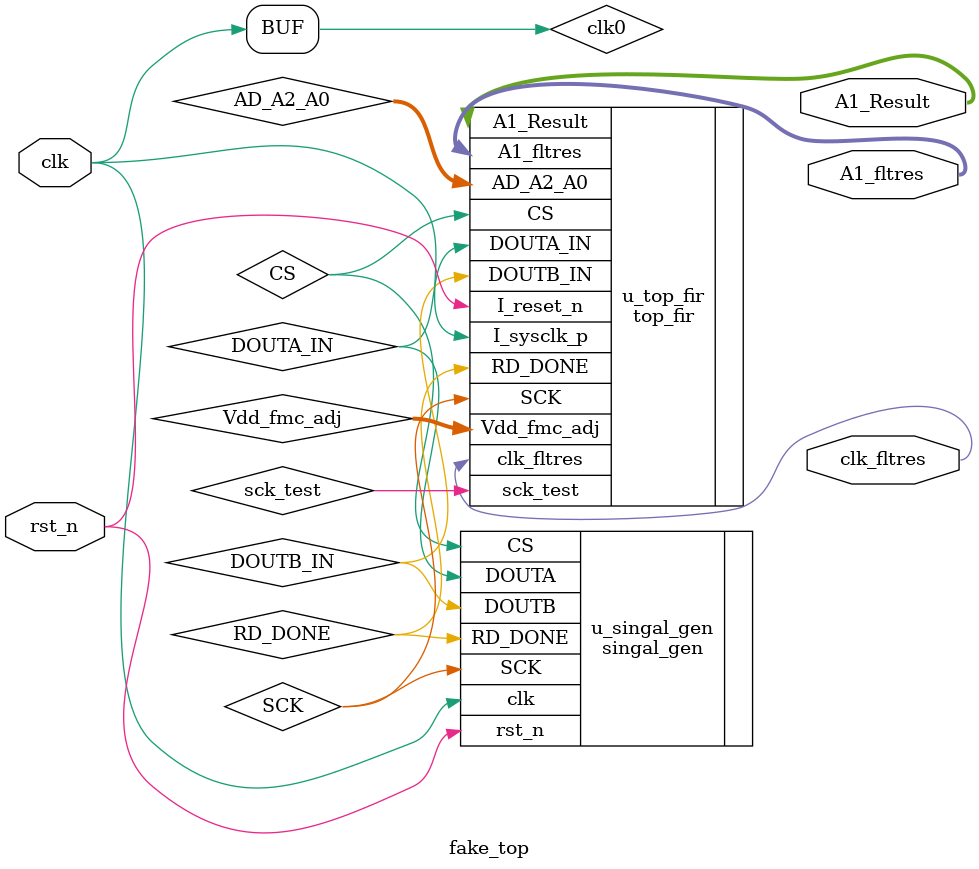
<source format=v>
module fake_top(
    input clk,
    input rst_n,
    output [31:0] A1_fltres,
    output clk_fltres,
    output [7:0] A1_Result
);

wire   DOUTA_IN ;
wire   DOUTB_IN ;

// top_fir Outputs
wire  [2:0] AD_A2_A0                   ;
wire  CS                                   ;
wire  SCK                                  ;
wire  sck_test                             ;
wire  RD_DONE                              ;
wire  [2:0]  Vdd_fmc_adj               ;

// 25MHz -> 100MHz
wire clk0;
// wire        pll_lock;
// mypll u_my_pll(
//     .refclk(clk),
//     .reset(~rst_n),
//     .lock(pll_lock),
//     .clk0_out(clk0)
// );
assign clk0=clk;

singal_gen u_singal_gen(
    .clk(clk0),
    .rst_n(rst_n),
    .SCK(SCK),
    .CS(CS),
    .RD_DONE(RD_DONE),
    .DOUTA(DOUTA_IN),
    .DOUTB(DOUTB_IN)
);


top_fir  u_top_fir (
    .I_sysclk_p              ( clk0               ),
    .I_reset_n               ( rst_n                ),
    .DOUTA_IN                ( DOUTA_IN                 ),
    .DOUTB_IN                ( DOUTB_IN                 ),

    .AD_A2_A0                ( AD_A2_A0       ),
    .CS                      ( CS                       ),
    .SCK                     ( SCK                      ),
    .sck_test                ( sck_test                 ),
    .RD_DONE                 ( RD_DONE                  ),
    .Vdd_fmc_adj             ( Vdd_fmc_adj   ),
    .A1_fltres               (A1_fltres),
    .clk_fltres              (clk_fltres),
    .A1_Result               (A1_Result)
);

endmodule
</source>
